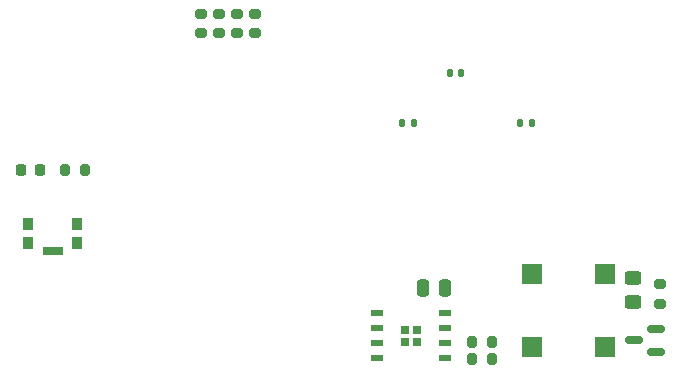
<source format=gbr>
%TF.GenerationSoftware,KiCad,Pcbnew,(6.0.0-rc1-29-g9238b27f63)*%
%TF.CreationDate,2021-12-03T15:56:35+01:00*%
%TF.ProjectId,robolympics_shield,726f626f-6c79-46d7-9069-63735f736869,rev?*%
%TF.SameCoordinates,Original*%
%TF.FileFunction,Paste,Top*%
%TF.FilePolarity,Positive*%
%FSLAX46Y46*%
G04 Gerber Fmt 4.6, Leading zero omitted, Abs format (unit mm)*
G04 Created by KiCad (PCBNEW (6.0.0-rc1-29-g9238b27f63)) date 2021-12-03 15:56:35*
%MOMM*%
%LPD*%
G01*
G04 APERTURE LIST*
G04 Aperture macros list*
%AMRoundRect*
0 Rectangle with rounded corners*
0 $1 Rounding radius*
0 $2 $3 $4 $5 $6 $7 $8 $9 X,Y pos of 4 corners*
0 Add a 4 corners polygon primitive as box body*
4,1,4,$2,$3,$4,$5,$6,$7,$8,$9,$2,$3,0*
0 Add four circle primitives for the rounded corners*
1,1,$1+$1,$2,$3*
1,1,$1+$1,$4,$5*
1,1,$1+$1,$6,$7*
1,1,$1+$1,$8,$9*
0 Add four rect primitives between the rounded corners*
20,1,$1+$1,$2,$3,$4,$5,0*
20,1,$1+$1,$4,$5,$6,$7,0*
20,1,$1+$1,$6,$7,$8,$9,0*
20,1,$1+$1,$8,$9,$2,$3,0*%
G04 Aperture macros list end*
%ADD10RoundRect,0.200000X0.200000X0.275000X-0.200000X0.275000X-0.200000X-0.275000X0.200000X-0.275000X0*%
%ADD11RoundRect,0.250000X0.250000X0.475000X-0.250000X0.475000X-0.250000X-0.475000X0.250000X-0.475000X0*%
%ADD12RoundRect,0.200000X0.275000X-0.200000X0.275000X0.200000X-0.275000X0.200000X-0.275000X-0.200000X0*%
%ADD13RoundRect,0.200000X-0.200000X-0.275000X0.200000X-0.275000X0.200000X0.275000X-0.200000X0.275000X0*%
%ADD14RoundRect,0.150000X0.587500X0.150000X-0.587500X0.150000X-0.587500X-0.150000X0.587500X-0.150000X0*%
%ADD15RoundRect,0.250000X-0.450000X0.325000X-0.450000X-0.325000X0.450000X-0.325000X0.450000X0.325000X0*%
%ADD16RoundRect,0.147500X0.147500X0.172500X-0.147500X0.172500X-0.147500X-0.172500X0.147500X-0.172500X0*%
%ADD17R,1.800000X1.800000*%
%ADD18RoundRect,0.218750X-0.218750X-0.256250X0.218750X-0.256250X0.218750X0.256250X-0.218750X0.256250X0*%
%ADD19R,0.800000X0.800000*%
%ADD20R,1.100000X0.500000*%
%ADD21R,0.900000X1.000000*%
%ADD22R,1.700000X0.800000*%
G04 APERTURE END LIST*
D10*
%TO.C,R8*%
X109080000Y-81500000D03*
X107430000Y-81500000D03*
%TD*%
D11*
%TO.C,C1*%
X105155000Y-76930000D03*
X103255000Y-76930000D03*
%TD*%
D12*
%TO.C,R4*%
X89000000Y-55375000D03*
X89000000Y-53725000D03*
%TD*%
D13*
%TO.C,R5*%
X72975000Y-66950000D03*
X74625000Y-66950000D03*
%TD*%
D12*
%TO.C,R3*%
X87500000Y-55375000D03*
X87500000Y-53725000D03*
%TD*%
%TO.C,R2*%
X86000000Y-55375000D03*
X86000000Y-53725000D03*
%TD*%
D14*
%TO.C,Q1*%
X122999511Y-82324511D03*
X122999511Y-80424511D03*
X121124511Y-81374511D03*
%TD*%
D12*
%TO.C,R1*%
X123312011Y-78274511D03*
X123312011Y-76624511D03*
%TD*%
D15*
%TO.C,D1*%
X121062011Y-76099511D03*
X121062011Y-78149511D03*
%TD*%
D16*
%TO.C,D4*%
X106485000Y-58750000D03*
X105515000Y-58750000D03*
%TD*%
D10*
%TO.C,R7*%
X109080000Y-83000000D03*
X107430000Y-83000000D03*
%TD*%
D17*
%TO.C,LS1*%
X118637011Y-75799511D03*
X118637011Y-81949511D03*
X112487011Y-81949511D03*
X112487011Y-75799511D03*
%TD*%
D16*
%TO.C,D2*%
X102485000Y-63000000D03*
X101515000Y-63000000D03*
%TD*%
D18*
%TO.C,D5*%
X69262500Y-66950000D03*
X70837500Y-66950000D03*
%TD*%
D12*
%TO.C,R6*%
X84500000Y-55375000D03*
X84500000Y-53725000D03*
%TD*%
D16*
%TO.C,D3*%
X112485000Y-63000000D03*
X111515000Y-63000000D03*
%TD*%
D19*
%TO.C,U1*%
X101755000Y-80500000D03*
X102755000Y-81500000D03*
X102755000Y-80500000D03*
X101755000Y-81500000D03*
D20*
X99355000Y-79095000D03*
X99355000Y-80365000D03*
X99355000Y-81635000D03*
X99355000Y-82905000D03*
X105155000Y-82905000D03*
X105155000Y-81635000D03*
X105155000Y-80365000D03*
X105155000Y-79095000D03*
%TD*%
D21*
%TO.C,S1*%
X69850000Y-73125000D03*
X73950000Y-73125000D03*
X73950000Y-71525000D03*
X69850000Y-71525000D03*
D22*
X71900000Y-73775000D03*
%TD*%
M02*

</source>
